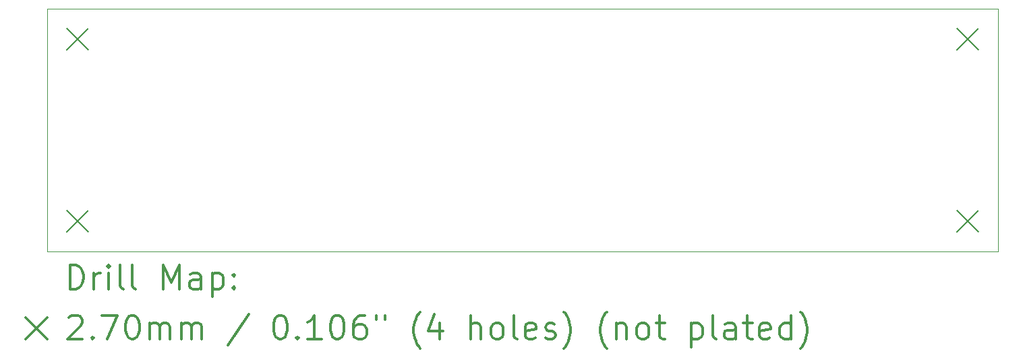
<source format=gbr>
%FSLAX45Y45*%
G04 Gerber Fmt 4.5, Leading zero omitted, Abs format (unit mm)*
G04 Created by KiCad (PCBNEW 5.0.2-5.fc29) date mié 12 jun 2019 15:27:01 CEST*
%MOMM*%
%LPD*%
G01*
G04 APERTURE LIST*
%ADD10C,0.100000*%
%ADD11C,0.200000*%
%ADD12C,0.300000*%
G04 APERTURE END LIST*
D10*
X5778500Y-10096500D02*
X17716500Y-10096500D01*
X5778500Y-13144500D02*
X5778500Y-10096500D01*
X17716500Y-13144500D02*
X5778500Y-13144500D01*
X17716500Y-10096500D02*
X17716500Y-13144500D01*
D11*
X17200500Y-10342500D02*
X17470500Y-10612500D01*
X17470500Y-10342500D02*
X17200500Y-10612500D01*
X17200500Y-12628500D02*
X17470500Y-12898500D01*
X17470500Y-12628500D02*
X17200500Y-12898500D01*
X6024500Y-10342500D02*
X6294500Y-10612500D01*
X6294500Y-10342500D02*
X6024500Y-10612500D01*
X6024500Y-12628500D02*
X6294500Y-12898500D01*
X6294500Y-12628500D02*
X6024500Y-12898500D01*
D12*
X6059928Y-13615214D02*
X6059928Y-13315214D01*
X6131357Y-13315214D01*
X6174214Y-13329500D01*
X6202786Y-13358071D01*
X6217071Y-13386643D01*
X6231357Y-13443786D01*
X6231357Y-13486643D01*
X6217071Y-13543786D01*
X6202786Y-13572357D01*
X6174214Y-13600929D01*
X6131357Y-13615214D01*
X6059928Y-13615214D01*
X6359928Y-13615214D02*
X6359928Y-13415214D01*
X6359928Y-13472357D02*
X6374214Y-13443786D01*
X6388500Y-13429500D01*
X6417071Y-13415214D01*
X6445643Y-13415214D01*
X6545643Y-13615214D02*
X6545643Y-13415214D01*
X6545643Y-13315214D02*
X6531357Y-13329500D01*
X6545643Y-13343786D01*
X6559928Y-13329500D01*
X6545643Y-13315214D01*
X6545643Y-13343786D01*
X6731357Y-13615214D02*
X6702786Y-13600929D01*
X6688500Y-13572357D01*
X6688500Y-13315214D01*
X6888500Y-13615214D02*
X6859928Y-13600929D01*
X6845643Y-13572357D01*
X6845643Y-13315214D01*
X7231357Y-13615214D02*
X7231357Y-13315214D01*
X7331357Y-13529500D01*
X7431357Y-13315214D01*
X7431357Y-13615214D01*
X7702786Y-13615214D02*
X7702786Y-13458071D01*
X7688500Y-13429500D01*
X7659928Y-13415214D01*
X7602786Y-13415214D01*
X7574214Y-13429500D01*
X7702786Y-13600929D02*
X7674214Y-13615214D01*
X7602786Y-13615214D01*
X7574214Y-13600929D01*
X7559928Y-13572357D01*
X7559928Y-13543786D01*
X7574214Y-13515214D01*
X7602786Y-13500929D01*
X7674214Y-13500929D01*
X7702786Y-13486643D01*
X7845643Y-13415214D02*
X7845643Y-13715214D01*
X7845643Y-13429500D02*
X7874214Y-13415214D01*
X7931357Y-13415214D01*
X7959928Y-13429500D01*
X7974214Y-13443786D01*
X7988500Y-13472357D01*
X7988500Y-13558071D01*
X7974214Y-13586643D01*
X7959928Y-13600929D01*
X7931357Y-13615214D01*
X7874214Y-13615214D01*
X7845643Y-13600929D01*
X8117071Y-13586643D02*
X8131357Y-13600929D01*
X8117071Y-13615214D01*
X8102786Y-13600929D01*
X8117071Y-13586643D01*
X8117071Y-13615214D01*
X8117071Y-13429500D02*
X8131357Y-13443786D01*
X8117071Y-13458071D01*
X8102786Y-13443786D01*
X8117071Y-13429500D01*
X8117071Y-13458071D01*
X5503500Y-13974500D02*
X5773500Y-14244500D01*
X5773500Y-13974500D02*
X5503500Y-14244500D01*
X6045643Y-13973786D02*
X6059928Y-13959500D01*
X6088500Y-13945214D01*
X6159928Y-13945214D01*
X6188500Y-13959500D01*
X6202786Y-13973786D01*
X6217071Y-14002357D01*
X6217071Y-14030929D01*
X6202786Y-14073786D01*
X6031357Y-14245214D01*
X6217071Y-14245214D01*
X6345643Y-14216643D02*
X6359928Y-14230929D01*
X6345643Y-14245214D01*
X6331357Y-14230929D01*
X6345643Y-14216643D01*
X6345643Y-14245214D01*
X6459928Y-13945214D02*
X6659928Y-13945214D01*
X6531357Y-14245214D01*
X6831357Y-13945214D02*
X6859928Y-13945214D01*
X6888500Y-13959500D01*
X6902786Y-13973786D01*
X6917071Y-14002357D01*
X6931357Y-14059500D01*
X6931357Y-14130929D01*
X6917071Y-14188071D01*
X6902786Y-14216643D01*
X6888500Y-14230929D01*
X6859928Y-14245214D01*
X6831357Y-14245214D01*
X6802786Y-14230929D01*
X6788500Y-14216643D01*
X6774214Y-14188071D01*
X6759928Y-14130929D01*
X6759928Y-14059500D01*
X6774214Y-14002357D01*
X6788500Y-13973786D01*
X6802786Y-13959500D01*
X6831357Y-13945214D01*
X7059928Y-14245214D02*
X7059928Y-14045214D01*
X7059928Y-14073786D02*
X7074214Y-14059500D01*
X7102786Y-14045214D01*
X7145643Y-14045214D01*
X7174214Y-14059500D01*
X7188500Y-14088071D01*
X7188500Y-14245214D01*
X7188500Y-14088071D02*
X7202786Y-14059500D01*
X7231357Y-14045214D01*
X7274214Y-14045214D01*
X7302786Y-14059500D01*
X7317071Y-14088071D01*
X7317071Y-14245214D01*
X7459928Y-14245214D02*
X7459928Y-14045214D01*
X7459928Y-14073786D02*
X7474214Y-14059500D01*
X7502786Y-14045214D01*
X7545643Y-14045214D01*
X7574214Y-14059500D01*
X7588500Y-14088071D01*
X7588500Y-14245214D01*
X7588500Y-14088071D02*
X7602786Y-14059500D01*
X7631357Y-14045214D01*
X7674214Y-14045214D01*
X7702786Y-14059500D01*
X7717071Y-14088071D01*
X7717071Y-14245214D01*
X8302786Y-13930929D02*
X8045643Y-14316643D01*
X8688500Y-13945214D02*
X8717071Y-13945214D01*
X8745643Y-13959500D01*
X8759928Y-13973786D01*
X8774214Y-14002357D01*
X8788500Y-14059500D01*
X8788500Y-14130929D01*
X8774214Y-14188071D01*
X8759928Y-14216643D01*
X8745643Y-14230929D01*
X8717071Y-14245214D01*
X8688500Y-14245214D01*
X8659928Y-14230929D01*
X8645643Y-14216643D01*
X8631357Y-14188071D01*
X8617071Y-14130929D01*
X8617071Y-14059500D01*
X8631357Y-14002357D01*
X8645643Y-13973786D01*
X8659928Y-13959500D01*
X8688500Y-13945214D01*
X8917071Y-14216643D02*
X8931357Y-14230929D01*
X8917071Y-14245214D01*
X8902786Y-14230929D01*
X8917071Y-14216643D01*
X8917071Y-14245214D01*
X9217071Y-14245214D02*
X9045643Y-14245214D01*
X9131357Y-14245214D02*
X9131357Y-13945214D01*
X9102786Y-13988071D01*
X9074214Y-14016643D01*
X9045643Y-14030929D01*
X9402786Y-13945214D02*
X9431357Y-13945214D01*
X9459928Y-13959500D01*
X9474214Y-13973786D01*
X9488500Y-14002357D01*
X9502786Y-14059500D01*
X9502786Y-14130929D01*
X9488500Y-14188071D01*
X9474214Y-14216643D01*
X9459928Y-14230929D01*
X9431357Y-14245214D01*
X9402786Y-14245214D01*
X9374214Y-14230929D01*
X9359928Y-14216643D01*
X9345643Y-14188071D01*
X9331357Y-14130929D01*
X9331357Y-14059500D01*
X9345643Y-14002357D01*
X9359928Y-13973786D01*
X9374214Y-13959500D01*
X9402786Y-13945214D01*
X9759928Y-13945214D02*
X9702786Y-13945214D01*
X9674214Y-13959500D01*
X9659928Y-13973786D01*
X9631357Y-14016643D01*
X9617071Y-14073786D01*
X9617071Y-14188071D01*
X9631357Y-14216643D01*
X9645643Y-14230929D01*
X9674214Y-14245214D01*
X9731357Y-14245214D01*
X9759928Y-14230929D01*
X9774214Y-14216643D01*
X9788500Y-14188071D01*
X9788500Y-14116643D01*
X9774214Y-14088071D01*
X9759928Y-14073786D01*
X9731357Y-14059500D01*
X9674214Y-14059500D01*
X9645643Y-14073786D01*
X9631357Y-14088071D01*
X9617071Y-14116643D01*
X9902786Y-13945214D02*
X9902786Y-14002357D01*
X10017071Y-13945214D02*
X10017071Y-14002357D01*
X10459928Y-14359500D02*
X10445643Y-14345214D01*
X10417071Y-14302357D01*
X10402786Y-14273786D01*
X10388500Y-14230929D01*
X10374214Y-14159500D01*
X10374214Y-14102357D01*
X10388500Y-14030929D01*
X10402786Y-13988071D01*
X10417071Y-13959500D01*
X10445643Y-13916643D01*
X10459928Y-13902357D01*
X10702786Y-14045214D02*
X10702786Y-14245214D01*
X10631357Y-13930929D02*
X10559928Y-14145214D01*
X10745643Y-14145214D01*
X11088500Y-14245214D02*
X11088500Y-13945214D01*
X11217071Y-14245214D02*
X11217071Y-14088071D01*
X11202786Y-14059500D01*
X11174214Y-14045214D01*
X11131357Y-14045214D01*
X11102786Y-14059500D01*
X11088500Y-14073786D01*
X11402786Y-14245214D02*
X11374214Y-14230929D01*
X11359928Y-14216643D01*
X11345643Y-14188071D01*
X11345643Y-14102357D01*
X11359928Y-14073786D01*
X11374214Y-14059500D01*
X11402786Y-14045214D01*
X11445643Y-14045214D01*
X11474214Y-14059500D01*
X11488500Y-14073786D01*
X11502786Y-14102357D01*
X11502786Y-14188071D01*
X11488500Y-14216643D01*
X11474214Y-14230929D01*
X11445643Y-14245214D01*
X11402786Y-14245214D01*
X11674214Y-14245214D02*
X11645643Y-14230929D01*
X11631357Y-14202357D01*
X11631357Y-13945214D01*
X11902786Y-14230929D02*
X11874214Y-14245214D01*
X11817071Y-14245214D01*
X11788500Y-14230929D01*
X11774214Y-14202357D01*
X11774214Y-14088071D01*
X11788500Y-14059500D01*
X11817071Y-14045214D01*
X11874214Y-14045214D01*
X11902786Y-14059500D01*
X11917071Y-14088071D01*
X11917071Y-14116643D01*
X11774214Y-14145214D01*
X12031357Y-14230929D02*
X12059928Y-14245214D01*
X12117071Y-14245214D01*
X12145643Y-14230929D01*
X12159928Y-14202357D01*
X12159928Y-14188071D01*
X12145643Y-14159500D01*
X12117071Y-14145214D01*
X12074214Y-14145214D01*
X12045643Y-14130929D01*
X12031357Y-14102357D01*
X12031357Y-14088071D01*
X12045643Y-14059500D01*
X12074214Y-14045214D01*
X12117071Y-14045214D01*
X12145643Y-14059500D01*
X12259928Y-14359500D02*
X12274214Y-14345214D01*
X12302786Y-14302357D01*
X12317071Y-14273786D01*
X12331357Y-14230929D01*
X12345643Y-14159500D01*
X12345643Y-14102357D01*
X12331357Y-14030929D01*
X12317071Y-13988071D01*
X12302786Y-13959500D01*
X12274214Y-13916643D01*
X12259928Y-13902357D01*
X12802786Y-14359500D02*
X12788500Y-14345214D01*
X12759928Y-14302357D01*
X12745643Y-14273786D01*
X12731357Y-14230929D01*
X12717071Y-14159500D01*
X12717071Y-14102357D01*
X12731357Y-14030929D01*
X12745643Y-13988071D01*
X12759928Y-13959500D01*
X12788500Y-13916643D01*
X12802786Y-13902357D01*
X12917071Y-14045214D02*
X12917071Y-14245214D01*
X12917071Y-14073786D02*
X12931357Y-14059500D01*
X12959928Y-14045214D01*
X13002786Y-14045214D01*
X13031357Y-14059500D01*
X13045643Y-14088071D01*
X13045643Y-14245214D01*
X13231357Y-14245214D02*
X13202786Y-14230929D01*
X13188500Y-14216643D01*
X13174214Y-14188071D01*
X13174214Y-14102357D01*
X13188500Y-14073786D01*
X13202786Y-14059500D01*
X13231357Y-14045214D01*
X13274214Y-14045214D01*
X13302786Y-14059500D01*
X13317071Y-14073786D01*
X13331357Y-14102357D01*
X13331357Y-14188071D01*
X13317071Y-14216643D01*
X13302786Y-14230929D01*
X13274214Y-14245214D01*
X13231357Y-14245214D01*
X13417071Y-14045214D02*
X13531357Y-14045214D01*
X13459928Y-13945214D02*
X13459928Y-14202357D01*
X13474214Y-14230929D01*
X13502786Y-14245214D01*
X13531357Y-14245214D01*
X13859928Y-14045214D02*
X13859928Y-14345214D01*
X13859928Y-14059500D02*
X13888500Y-14045214D01*
X13945643Y-14045214D01*
X13974214Y-14059500D01*
X13988500Y-14073786D01*
X14002786Y-14102357D01*
X14002786Y-14188071D01*
X13988500Y-14216643D01*
X13974214Y-14230929D01*
X13945643Y-14245214D01*
X13888500Y-14245214D01*
X13859928Y-14230929D01*
X14174214Y-14245214D02*
X14145643Y-14230929D01*
X14131357Y-14202357D01*
X14131357Y-13945214D01*
X14417071Y-14245214D02*
X14417071Y-14088071D01*
X14402786Y-14059500D01*
X14374214Y-14045214D01*
X14317071Y-14045214D01*
X14288500Y-14059500D01*
X14417071Y-14230929D02*
X14388500Y-14245214D01*
X14317071Y-14245214D01*
X14288500Y-14230929D01*
X14274214Y-14202357D01*
X14274214Y-14173786D01*
X14288500Y-14145214D01*
X14317071Y-14130929D01*
X14388500Y-14130929D01*
X14417071Y-14116643D01*
X14517071Y-14045214D02*
X14631357Y-14045214D01*
X14559928Y-13945214D02*
X14559928Y-14202357D01*
X14574214Y-14230929D01*
X14602786Y-14245214D01*
X14631357Y-14245214D01*
X14845643Y-14230929D02*
X14817071Y-14245214D01*
X14759928Y-14245214D01*
X14731357Y-14230929D01*
X14717071Y-14202357D01*
X14717071Y-14088071D01*
X14731357Y-14059500D01*
X14759928Y-14045214D01*
X14817071Y-14045214D01*
X14845643Y-14059500D01*
X14859928Y-14088071D01*
X14859928Y-14116643D01*
X14717071Y-14145214D01*
X15117071Y-14245214D02*
X15117071Y-13945214D01*
X15117071Y-14230929D02*
X15088500Y-14245214D01*
X15031357Y-14245214D01*
X15002786Y-14230929D01*
X14988500Y-14216643D01*
X14974214Y-14188071D01*
X14974214Y-14102357D01*
X14988500Y-14073786D01*
X15002786Y-14059500D01*
X15031357Y-14045214D01*
X15088500Y-14045214D01*
X15117071Y-14059500D01*
X15231357Y-14359500D02*
X15245643Y-14345214D01*
X15274214Y-14302357D01*
X15288500Y-14273786D01*
X15302786Y-14230929D01*
X15317071Y-14159500D01*
X15317071Y-14102357D01*
X15302786Y-14030929D01*
X15288500Y-13988071D01*
X15274214Y-13959500D01*
X15245643Y-13916643D01*
X15231357Y-13902357D01*
M02*

</source>
